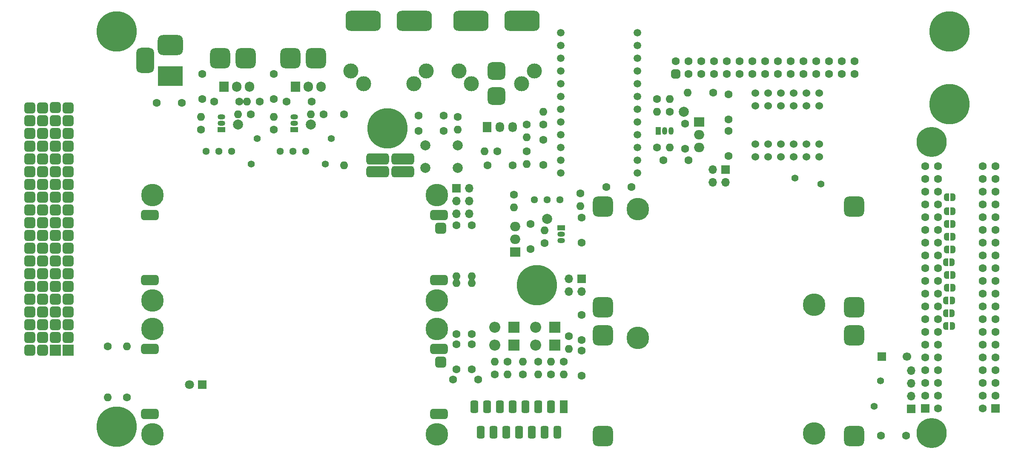
<source format=gbr>
%TF.GenerationSoftware,KiCad,Pcbnew,6.0.2-378541a8eb~116~ubuntu20.04.1*%
%TF.CreationDate,2022-03-22T16:19:33+00:00*%
%TF.ProjectId,Main board,4d61696e-2062-46f6-9172-642e6b696361,V1.0*%
%TF.SameCoordinates,Original*%
%TF.FileFunction,Soldermask,Top*%
%TF.FilePolarity,Negative*%
%FSLAX46Y46*%
G04 Gerber Fmt 4.6, Leading zero omitted, Abs format (unit mm)*
G04 Created by KiCad (PCBNEW 6.0.2-378541a8eb~116~ubuntu20.04.1) date 2022-03-22 16:19:33*
%MOMM*%
%LPD*%
G01*
G04 APERTURE LIST*
G04 Aperture macros list*
%AMRoundRect*
0 Rectangle with rounded corners*
0 $1 Rounding radius*
0 $2 $3 $4 $5 $6 $7 $8 $9 X,Y pos of 4 corners*
0 Add a 4 corners polygon primitive as box body*
4,1,4,$2,$3,$4,$5,$6,$7,$8,$9,$2,$3,0*
0 Add four circle primitives for the rounded corners*
1,1,$1+$1,$2,$3*
1,1,$1+$1,$4,$5*
1,1,$1+$1,$6,$7*
1,1,$1+$1,$8,$9*
0 Add four rect primitives between the rounded corners*
20,1,$1+$1,$2,$3,$4,$5,0*
20,1,$1+$1,$4,$5,$6,$7,0*
20,1,$1+$1,$6,$7,$8,$9,0*
20,1,$1+$1,$8,$9,$2,$3,0*%
%AMFreePoly0*
4,1,20,0.000000,0.744959,0.073905,0.744508,0.209726,0.703889,0.328688,0.626782,0.421226,0.519385,0.479903,0.390333,0.500000,0.250000,0.500000,-0.250000,0.499851,-0.262216,0.476331,-0.402017,0.414519,-0.529596,0.319384,-0.634700,0.198574,-0.708877,0.061801,-0.746166,0.000000,-0.745033,0.000000,-0.750000,-0.500000,-0.750000,-0.500000,0.750000,0.000000,0.750000,0.000000,0.744959,
0.000000,0.744959,$1*%
%AMFreePoly1*
4,1,22,0.500000,-0.750000,0.000000,-0.750000,0.000000,-0.745033,-0.079941,-0.743568,-0.215256,-0.701293,-0.333266,-0.622738,-0.424486,-0.514219,-0.481581,-0.384460,-0.499164,-0.250000,-0.500000,-0.250000,-0.500000,0.250000,-0.499164,0.250000,-0.499963,0.256109,-0.478152,0.396186,-0.417904,0.524511,-0.324060,0.630769,-0.204165,0.706417,-0.067858,0.745374,0.000000,0.744959,0.000000,0.750000,
0.500000,0.750000,0.500000,-0.750000,0.500000,-0.750000,$1*%
G04 Aperture macros list end*
%ADD10C,1.600000*%
%ADD11R,1.700000X1.700000*%
%ADD12C,6.000000*%
%ADD13O,1.500000X1.050000*%
%ADD14R,1.500000X1.050000*%
%ADD15RoundRect,1.000000X-1.000000X-1.000000X1.000000X-1.000000X1.000000X1.000000X-1.000000X1.000000X0*%
%ADD16C,4.500000*%
%ADD17C,2.000000*%
%ADD18RoundRect,1.000000X1.000000X-1.000000X1.000000X1.000000X-1.000000X1.000000X-1.000000X-1.000000X0*%
%ADD19RoundRect,1.000000X-1.500000X1.000000X-1.500000X-1.000000X1.500000X-1.000000X1.500000X1.000000X0*%
%ADD20RoundRect,0.875000X-0.875000X1.625000X-0.875000X-1.625000X0.875000X-1.625000X0.875000X1.625000X0*%
%ADD21R,5.000000X4.000000*%
%ADD22C,1.400000*%
%ADD23O,2.000000X1.905000*%
%ADD24R,2.000000X1.905000*%
%ADD25O,1.905000X2.000000*%
%ADD26R,1.905000X2.000000*%
%ADD27O,1.600000X1.600000*%
%ADD28O,1.050000X1.500000*%
%ADD29R,1.050000X1.500000*%
%ADD30O,1.700000X1.700000*%
%ADD31RoundRect,0.450000X0.450000X0.450000X-0.450000X0.450000X-0.450000X-0.450000X0.450000X-0.450000X0*%
%ADD32C,8.000000*%
%ADD33RoundRect,0.550000X-0.550000X-0.550000X0.550000X-0.550000X0.550000X0.550000X-0.550000X0.550000X0*%
%ADD34RoundRect,0.500000X-1.250000X-0.500000X1.250000X-0.500000X1.250000X0.500000X-1.250000X0.500000X0*%
%ADD35C,1.500000*%
%ADD36RoundRect,1.000000X-2.500000X1.000000X-2.500000X-1.000000X2.500000X-1.000000X2.500000X1.000000X0*%
%ADD37RoundRect,0.875000X-0.875000X0.875000X-0.875000X-0.875000X0.875000X-0.875000X0.875000X0.875000X0*%
%ADD38C,3.000000*%
%ADD39FreePoly0,0.000000*%
%ADD40FreePoly1,0.000000*%
%ADD41O,2.200000X2.200000*%
%ADD42R,2.200000X2.200000*%
%ADD43C,1.524000*%
%ADD44C,1.440000*%
%ADD45RoundRect,0.562500X-1.687500X-0.562500X1.687500X-0.562500X1.687500X0.562500X-1.687500X0.562500X0*%
%ADD46C,1.700000*%
%ADD47RoundRect,0.400000X0.400000X0.850000X-0.400000X0.850000X-0.400000X-0.850000X0.400000X-0.850000X0*%
%ADD48RoundRect,0.375000X0.375000X0.875000X-0.375000X0.875000X-0.375000X-0.875000X0.375000X-0.875000X0*%
%ADD49R,1.600000X2.500000*%
%ADD50O,1.730000X2.030000*%
%ADD51R,1.730000X2.030000*%
%ADD52C,1.800000*%
%ADD53R,1.800000X1.800000*%
G04 APERTURE END LIST*
D10*
%TO.C,J10*%
X236982000Y-92920000D03*
X245872000Y-92920000D03*
X234442000Y-92920000D03*
X248412000Y-92920000D03*
X236982000Y-95460000D03*
X245872000Y-95460000D03*
X234442000Y-95460000D03*
X248412000Y-95460000D03*
X245872000Y-98000000D03*
X236982000Y-98000000D03*
X234442000Y-98000000D03*
X248412000Y-98000000D03*
X236982000Y-100540000D03*
X245872000Y-100540000D03*
X248412000Y-100540000D03*
X234442000Y-100540000D03*
X236982000Y-103080000D03*
X245872000Y-103080000D03*
X248412000Y-103080000D03*
X234442000Y-103080000D03*
X236982000Y-105620000D03*
X245872000Y-105620000D03*
X234442000Y-105620000D03*
X248412000Y-105620000D03*
X245872000Y-108160000D03*
X236982000Y-108160000D03*
X234442000Y-108160000D03*
X248412000Y-108160000D03*
X236982000Y-110700000D03*
X245872000Y-110700000D03*
X234442000Y-110700000D03*
X248412000Y-110700000D03*
X236982000Y-113240000D03*
X245872000Y-113240000D03*
X248412000Y-113240000D03*
X234442000Y-113240000D03*
X236982000Y-115780000D03*
X245872000Y-115780000D03*
X248412000Y-115780000D03*
X234442000Y-115780000D03*
X236982000Y-118320000D03*
X245872000Y-118320000D03*
X248412000Y-118320000D03*
X234442000Y-118320000D03*
X236982000Y-120860000D03*
X245872000Y-120860000D03*
X248412000Y-120860000D03*
X234442000Y-120860000D03*
X236982000Y-123400000D03*
X245872000Y-123400000D03*
X248412000Y-123400000D03*
X234442000Y-123400000D03*
X245872000Y-125940000D03*
X236982000Y-125940000D03*
X234442000Y-125940000D03*
X248412000Y-125940000D03*
X245872000Y-128480000D03*
X236982000Y-128480000D03*
X234442000Y-128480000D03*
X248412000Y-128480000D03*
X236982000Y-131020000D03*
X245872000Y-131020000D03*
X234442000Y-131020000D03*
X248412000Y-131020000D03*
X245872000Y-133560000D03*
X236982000Y-133560000D03*
X234442000Y-133560000D03*
X248412000Y-133560000D03*
X236982000Y-136100000D03*
X245872000Y-136100000D03*
X234442000Y-136100000D03*
X248412000Y-136100000D03*
X245872000Y-138640000D03*
X236982000Y-138640000D03*
X234442000Y-138640000D03*
X248412000Y-138640000D03*
X245872000Y-141180000D03*
X236982000Y-141180000D03*
D11*
X234442000Y-141180000D03*
X248412000Y-141180000D03*
D12*
X235712000Y-88050000D03*
X235712000Y-146050000D03*
%TD*%
D13*
%TO.C,U2*%
X94488000Y-83058000D03*
X94488000Y-84328000D03*
D14*
X94488000Y-85598000D03*
%TD*%
D13*
%TO.C,U5*%
X108966000Y-83058000D03*
X108966000Y-84328000D03*
D14*
X108966000Y-85598000D03*
%TD*%
D15*
%TO.C,U6*%
X220307000Y-146619000D03*
X220307000Y-126619000D03*
X170307000Y-146619000D03*
X170307000Y-126619000D03*
D16*
X177307000Y-127119000D03*
X212307000Y-146119000D03*
%TD*%
D17*
%TO.C,TP2*%
X112268000Y-84582000D03*
%TD*%
D18*
%TO.C,J3*%
X94234000Y-71374000D03*
X99314000Y-71374000D03*
%TD*%
D19*
%TO.C,J1*%
X84328000Y-68730000D03*
D20*
X79328000Y-71830000D03*
D21*
X84328000Y-74930000D03*
%TD*%
D22*
%TO.C,F4*%
X213634000Y-96469200D03*
X208534000Y-95250000D03*
%TD*%
%TO.C,F2*%
X115112800Y-92476000D03*
X116332000Y-87376000D03*
%TD*%
D23*
%TO.C,D8*%
X189484000Y-89154000D03*
X189484000Y-86614000D03*
D24*
X189484000Y-84074000D03*
%TD*%
D25*
%TO.C,D1*%
X100076000Y-77089000D03*
X97536000Y-77089000D03*
D26*
X94996000Y-77089000D03*
%TD*%
D25*
%TO.C,D6*%
X114300000Y-77089000D03*
X111760000Y-77089000D03*
D26*
X109220000Y-77089000D03*
%TD*%
D10*
%TO.C,C15*%
X195326000Y-90852000D03*
X195326000Y-85852000D03*
%TD*%
%TO.C,C14*%
X195326000Y-78566000D03*
X195326000Y-83566000D03*
%TD*%
%TO.C,C22*%
X230632000Y-146558000D03*
X225632000Y-146558000D03*
%TD*%
%TO.C,C21*%
X147400000Y-92710000D03*
X152400000Y-92710000D03*
%TD*%
%TO.C,C8*%
X158496000Y-92630000D03*
X158496000Y-87630000D03*
%TD*%
%TO.C,C7*%
X133684000Y-82804000D03*
X138684000Y-82804000D03*
%TD*%
D27*
%TO.C,R2*%
X99568000Y-80010000D03*
D10*
X102108000Y-80010000D03*
%TD*%
D27*
%TO.C,R21*%
X181102000Y-82042000D03*
D10*
X181102000Y-79502000D03*
%TD*%
D27*
%TO.C,R5*%
X141478000Y-85598000D03*
D10*
X141478000Y-83058000D03*
%TD*%
D27*
%TO.C,R22*%
X183642000Y-89154000D03*
D10*
X181102000Y-89154000D03*
%TD*%
D27*
%TO.C,R3*%
X90424000Y-83058000D03*
D10*
X90424000Y-85598000D03*
%TD*%
D22*
%TO.C,F1*%
X100380800Y-92476000D03*
X101600000Y-87376000D03*
%TD*%
D10*
%TO.C,C11*%
X107442000Y-80010000D03*
X112442000Y-80010000D03*
%TD*%
%TO.C,C3*%
X93044000Y-80010000D03*
X98044000Y-80010000D03*
%TD*%
D17*
%TO.C,SW1*%
X134978000Y-88718000D03*
X141478000Y-88718000D03*
X134978000Y-93218000D03*
X141478000Y-93218000D03*
%TD*%
D10*
%TO.C,C1*%
X81614000Y-80264000D03*
X86614000Y-80264000D03*
%TD*%
%TO.C,C10*%
X104902000Y-74502000D03*
X104902000Y-79502000D03*
%TD*%
%TO.C,C16*%
X176022000Y-97028000D03*
X171022000Y-97028000D03*
%TD*%
D27*
%TO.C,R1*%
X97790000Y-82550000D03*
D10*
X100330000Y-82550000D03*
%TD*%
%TO.C,C18*%
X186690000Y-84408000D03*
X186690000Y-89408000D03*
%TD*%
%TO.C,C17*%
X187372000Y-91694000D03*
X182372000Y-91694000D03*
%TD*%
%TO.C,C2*%
X90678000Y-74502000D03*
X90678000Y-79502000D03*
%TD*%
D28*
%TO.C,U11*%
X183896000Y-85852000D03*
X182626000Y-85852000D03*
D29*
X181356000Y-85852000D03*
%TD*%
D27*
%TO.C,R29*%
X183642000Y-79502000D03*
D10*
X183642000Y-82042000D03*
%TD*%
%TO.C,C19*%
X141224000Y-133397000D03*
X141224000Y-128397000D03*
%TD*%
%TO.C,C9*%
X133684000Y-85852000D03*
X138684000Y-85852000D03*
%TD*%
D17*
%TO.C,TP4*%
X186436000Y-82042000D03*
%TD*%
D30*
%TO.C,JP12*%
X192151000Y-96139000D03*
X192151000Y-93599000D03*
X194691000Y-96139000D03*
D11*
X194691000Y-93599000D03*
%TD*%
D30*
%TO.C,JP1*%
X163576000Y-117856000D03*
X163576000Y-115316000D03*
X166116000Y-117856000D03*
D11*
X166116000Y-115316000D03*
%TD*%
D10*
%TO.C,J7*%
X220345000Y-72009000D03*
X220345000Y-74549000D03*
X217805000Y-72009000D03*
X217805000Y-74549000D03*
X215265000Y-72009000D03*
X215265000Y-74549000D03*
X212725000Y-72009000D03*
X212725000Y-74549000D03*
X210185000Y-72009000D03*
X210185000Y-74549000D03*
X207645000Y-72009000D03*
X207645000Y-74549000D03*
X205105000Y-72009000D03*
X205105000Y-74549000D03*
X202565000Y-72009000D03*
X202565000Y-74549000D03*
X200025000Y-72009000D03*
X200025000Y-74549000D03*
X197485000Y-72009000D03*
X197485000Y-74549000D03*
X194945000Y-72009000D03*
X194945000Y-74549000D03*
X192405000Y-72009000D03*
X192405000Y-74549000D03*
X189865000Y-72009000D03*
X189865000Y-74549000D03*
X187325000Y-72009000D03*
X187325000Y-74549000D03*
X184785000Y-72009000D03*
D31*
X184785000Y-74549000D03*
%TD*%
D27*
%TO.C,R16*%
X187198000Y-78232000D03*
D10*
X192278000Y-78232000D03*
%TD*%
D13*
%TO.C,U7*%
X162052000Y-107696000D03*
X162052000Y-106426000D03*
D14*
X162052000Y-105156000D03*
%TD*%
D27*
%TO.C,R8*%
X151384000Y-134366000D03*
D10*
X151384000Y-131826000D03*
%TD*%
D23*
%TO.C,D7*%
X152908000Y-104902000D03*
X152908000Y-107442000D03*
D24*
X152908000Y-109982000D03*
%TD*%
D27*
%TO.C,R4*%
X160020000Y-131826000D03*
D10*
X160020000Y-134366000D03*
%TD*%
D27*
%TO.C,R7*%
X154432000Y-131826000D03*
D10*
X154432000Y-134366000D03*
%TD*%
D27*
%TO.C,R17*%
X152654000Y-101092000D03*
D10*
X152654000Y-98552000D03*
%TD*%
%TO.C,C12*%
X166116000Y-108124000D03*
X166116000Y-103124000D03*
%TD*%
D27*
%TO.C,R19*%
X165862000Y-100838000D03*
D10*
X165862000Y-98298000D03*
%TD*%
D27*
%TO.C,R18*%
X158750000Y-105664000D03*
D10*
X158750000Y-108204000D03*
%TD*%
%TO.C,C4*%
X140542000Y-135382000D03*
X145542000Y-135382000D03*
%TD*%
D27*
%TO.C,R6*%
X157480000Y-134366000D03*
D10*
X157480000Y-131826000D03*
%TD*%
D32*
%TO.C,H1*%
X239268000Y-66040000D03*
%TD*%
%TO.C,H3*%
X239268000Y-80518000D03*
%TD*%
%TO.C,H5*%
X73660000Y-66040000D03*
%TD*%
%TO.C,H4*%
X127508000Y-85344000D03*
%TD*%
D33*
%TO.C,U4*%
X138084000Y-105296000D03*
D34*
X137764000Y-115616000D03*
X137764000Y-102616000D03*
X80264000Y-115616000D03*
X80264000Y-102616000D03*
D16*
X137264000Y-119616000D03*
X80764000Y-98616000D03*
X80764000Y-119616000D03*
X137264000Y-98616000D03*
%TD*%
D27*
%TO.C,R27*%
X144272000Y-114808000D03*
D10*
X144272000Y-104648000D03*
%TD*%
D27*
%TO.C,R9*%
X158496000Y-82042000D03*
D10*
X158496000Y-84582000D03*
%TD*%
D27*
%TO.C,R26*%
X141224000Y-114808000D03*
D10*
X141224000Y-104648000D03*
%TD*%
%TO.C,C5*%
X166116000Y-134620000D03*
X166116000Y-129620000D03*
%TD*%
%TO.C,C20*%
X144272000Y-133397000D03*
X144272000Y-128397000D03*
%TD*%
%TO.C,C13*%
X155956000Y-109394000D03*
X155956000Y-104394000D03*
%TD*%
D17*
%TO.C,TP3*%
X159258000Y-103378000D03*
%TD*%
D33*
%TO.C,U1*%
X138084000Y-131966000D03*
D34*
X137764000Y-142286000D03*
X137764000Y-129286000D03*
X80264000Y-142286000D03*
X80264000Y-129286000D03*
D16*
X137264000Y-125286000D03*
X137264000Y-146286000D03*
X80764000Y-146286000D03*
X80764000Y-125286000D03*
%TD*%
D27*
%TO.C,R14*%
X118872000Y-92710000D03*
D10*
X118872000Y-82550000D03*
%TD*%
D27*
%TO.C,R13*%
X112268000Y-82550000D03*
D10*
X114808000Y-82550000D03*
%TD*%
D27*
%TO.C,R15*%
X104902000Y-83058000D03*
D10*
X104902000Y-85598000D03*
%TD*%
D32*
%TO.C,H2*%
X73660000Y-144780000D03*
%TD*%
D15*
%TO.C,U10*%
X220307000Y-120965000D03*
X220307000Y-100965000D03*
X170307000Y-120965000D03*
X170307000Y-100965000D03*
D16*
X177307000Y-101465000D03*
X212307000Y-120465000D03*
%TD*%
D22*
%TO.C,F3*%
X225501200Y-135616000D03*
X224282000Y-140716000D03*
%TD*%
D35*
%TO.C,U8*%
X177165000Y-66294000D03*
X177165000Y-68834000D03*
X177165000Y-71374000D03*
X177165000Y-73914000D03*
X177165000Y-76454000D03*
X177165000Y-78994000D03*
X177165000Y-81534000D03*
X177165000Y-84074000D03*
X177165000Y-86614000D03*
X177165000Y-89154000D03*
X177165000Y-91694000D03*
X177165000Y-94234000D03*
X161925000Y-94234000D03*
X161925000Y-91694000D03*
X161925000Y-89154000D03*
X161925000Y-86614000D03*
X161925000Y-84074000D03*
X161925000Y-81534000D03*
X161925000Y-78994000D03*
X161925000Y-76454000D03*
X161925000Y-73914000D03*
X161925000Y-71374000D03*
X161925000Y-68834000D03*
X161925000Y-66294000D03*
%TD*%
D36*
%TO.C,J6*%
X144098000Y-63954000D03*
X154258000Y-63954000D03*
D37*
X149178000Y-78954000D03*
D38*
X154178000Y-76454000D03*
X144178000Y-76454000D03*
X156678000Y-73954000D03*
D37*
X149178000Y-73954000D03*
D38*
X141678000Y-73954000D03*
%TD*%
D36*
%TO.C,J4*%
X122635000Y-63954000D03*
X132795000Y-63954000D03*
D38*
X132715000Y-76454000D03*
X122715000Y-76454000D03*
X135215000Y-73954000D03*
X120215000Y-73954000D03*
%TD*%
D18*
%TO.C,J8*%
X108204000Y-71374000D03*
X113284000Y-71374000D03*
%TD*%
D17*
%TO.C,TP1*%
X97790000Y-84582000D03*
%TD*%
D39*
%TO.C,JP8*%
X239918000Y-106934000D03*
D40*
X238618000Y-106934000D03*
%TD*%
D27*
%TO.C,R11*%
X162560000Y-134366000D03*
D10*
X162560000Y-131826000D03*
%TD*%
D39*
%TO.C,JP10*%
X239918000Y-109474000D03*
D40*
X238618000Y-109474000D03*
%TD*%
D27*
%TO.C,R30*%
X75692000Y-128778000D03*
D10*
X75692000Y-138938000D03*
%TD*%
D41*
%TO.C,D4*%
X148844000Y-128524000D03*
D42*
X152654000Y-128524000D03*
%TD*%
D43*
%TO.C,U9*%
X205740000Y-78359000D03*
X200660000Y-80899000D03*
X200660000Y-78359000D03*
X203200000Y-80899000D03*
X205740000Y-80899000D03*
X203200000Y-78359000D03*
X208280000Y-80899000D03*
X210820000Y-78359000D03*
X210820000Y-80899000D03*
X213360000Y-78359000D03*
X213360000Y-80899000D03*
X208280000Y-78359000D03*
X213360000Y-91059000D03*
X208280000Y-88519000D03*
X213360000Y-88519000D03*
X210820000Y-91059000D03*
X208280000Y-91059000D03*
X210820000Y-88519000D03*
X203200000Y-88519000D03*
X205740000Y-91059000D03*
X203200000Y-91059000D03*
X200660000Y-88519000D03*
X200660000Y-91059000D03*
X205740000Y-88519000D03*
%TD*%
D39*
%TO.C,JP5*%
X239776000Y-112014000D03*
D40*
X238476000Y-112014000D03*
%TD*%
D10*
%TO.C,C6*%
X166116000Y-122508000D03*
X166116000Y-127508000D03*
%TD*%
D39*
%TO.C,JP4*%
X239918000Y-101854000D03*
D40*
X238618000Y-101854000D03*
%TD*%
D39*
%TO.C,JP11*%
X239918000Y-99060000D03*
D40*
X238618000Y-99060000D03*
%TD*%
D39*
%TO.C,JP3*%
X239776000Y-122174000D03*
D40*
X238476000Y-122174000D03*
%TD*%
D27*
%TO.C,R12*%
X148844000Y-131826000D03*
D10*
X148844000Y-134366000D03*
%TD*%
D33*
%TO.C,J5*%
X58928000Y-81280000D03*
X56388000Y-81280000D03*
X61467999Y-81247551D03*
X64008000Y-81280000D03*
X56388000Y-83820000D03*
X58928000Y-83820000D03*
X64008000Y-83820000D03*
X61468000Y-83820000D03*
X58928000Y-86360000D03*
X56388000Y-86360000D03*
X61468000Y-86360000D03*
X64008000Y-86360000D03*
X56388000Y-88900000D03*
X58928000Y-88900000D03*
X64008000Y-88900000D03*
X61468000Y-88900000D03*
X58928000Y-91440000D03*
X56388000Y-91440000D03*
X64008000Y-91440000D03*
X61468000Y-91440000D03*
X56388000Y-93980000D03*
X58928000Y-93980000D03*
X64008000Y-93980000D03*
X61468000Y-93980000D03*
X56388000Y-96520000D03*
X58928000Y-96520000D03*
X64008000Y-96520000D03*
X61468000Y-96520000D03*
X56388000Y-99060000D03*
X58928000Y-99060000D03*
X61468000Y-99060000D03*
X64008000Y-99060000D03*
X58928000Y-101600000D03*
X56388000Y-101600000D03*
X61468000Y-101600000D03*
X64008000Y-101600000D03*
X56388000Y-104140000D03*
X58928000Y-104140000D03*
X64008000Y-104140000D03*
X61467999Y-104134347D03*
X56388000Y-106680000D03*
X58928000Y-106680000D03*
X61468000Y-106680000D03*
X64008000Y-106680000D03*
X56388000Y-109220000D03*
X58928000Y-109220000D03*
X64008000Y-109220000D03*
X61468000Y-109220000D03*
X58928000Y-111760000D03*
X56388000Y-111760000D03*
X61468000Y-111760000D03*
X64008000Y-111760000D03*
X56388000Y-114300000D03*
X58928000Y-114300000D03*
X64008000Y-114300000D03*
X61468000Y-114300000D03*
X58928000Y-116840000D03*
X56388000Y-116840000D03*
X61468000Y-116840000D03*
X64008000Y-116840000D03*
X58928000Y-119380000D03*
X56388000Y-119380000D03*
X64008000Y-119380000D03*
X61468000Y-119380000D03*
X56388000Y-121920000D03*
X58928000Y-121920000D03*
X64008000Y-121920000D03*
X61468000Y-121920000D03*
X58928000Y-124460000D03*
X56388000Y-124460000D03*
X64008000Y-124460000D03*
X61468000Y-124460000D03*
X58928000Y-127000000D03*
X56388000Y-127000000D03*
X61468000Y-127000000D03*
X64008000Y-127000000D03*
X56388000Y-129540000D03*
X58928000Y-129540000D03*
D42*
X61468000Y-129540000D03*
X64008000Y-129540000D03*
%TD*%
D27*
%TO.C,R24*%
X141224000Y-116205000D03*
D10*
X141224000Y-126365000D03*
%TD*%
D30*
%TO.C,J9*%
X231648000Y-133604000D03*
X231648000Y-136144000D03*
X231648000Y-138684000D03*
D11*
X231648000Y-141224000D03*
%TD*%
D27*
%TO.C,R10*%
X163576000Y-129286000D03*
D10*
X163576000Y-126746000D03*
%TD*%
D30*
%TO.C,JP14*%
X143764000Y-102362000D03*
X141224000Y-102362000D03*
X143764000Y-99822000D03*
X141224000Y-99822000D03*
X143764000Y-97282000D03*
D11*
X141224000Y-97282000D03*
%TD*%
D44*
%TO.C,RV3*%
X161798000Y-99568000D03*
X159258000Y-99568000D03*
X156718000Y-99568000D03*
%TD*%
D39*
%TO.C,JP7*%
X239918000Y-117094000D03*
D40*
X238618000Y-117094000D03*
%TD*%
D39*
%TO.C,JP2*%
X239806000Y-124714000D03*
D40*
X238506000Y-124714000D03*
%TD*%
D39*
%TO.C,JP9*%
X239918000Y-114554000D03*
D40*
X238618000Y-114554000D03*
%TD*%
D45*
%TO.C,J2*%
X125516000Y-93980000D03*
X130516000Y-93980000D03*
X125516000Y-91440000D03*
X130516000Y-91440000D03*
%TD*%
D44*
%TO.C,RV2*%
X106172000Y-89916000D03*
X108712000Y-89916000D03*
X111252000Y-89916000D03*
%TD*%
D39*
%TO.C,JP13*%
X239806000Y-119634000D03*
D40*
X238506000Y-119634000D03*
%TD*%
D39*
%TO.C,JP6*%
X239918000Y-104394000D03*
D40*
X238618000Y-104394000D03*
%TD*%
D27*
%TO.C,R28*%
X155194000Y-92456000D03*
D10*
X155194000Y-89916000D03*
%TD*%
D46*
%TO.C,C23*%
X230806000Y-130810000D03*
D11*
X225806000Y-130810000D03*
%TD*%
D32*
%TO.C,H6*%
X157226000Y-116586000D03*
%TD*%
D41*
%TO.C,D5*%
X148844000Y-124968000D03*
D42*
X152654000Y-124968000D03*
%TD*%
D41*
%TO.C,D2*%
X156972000Y-128524000D03*
D42*
X160782000Y-128524000D03*
%TD*%
D27*
%TO.C,R20*%
X146812000Y-89916000D03*
D10*
X149352000Y-89916000D03*
%TD*%
D47*
%TO.C,U3*%
X144780000Y-140826000D03*
X146050000Y-145906000D03*
X147320000Y-140826000D03*
X148590000Y-145906000D03*
X149860000Y-140826000D03*
X151130000Y-145906000D03*
X152400000Y-140826000D03*
X153670000Y-145906000D03*
X154940000Y-140826000D03*
X156210000Y-145906000D03*
X157480000Y-140826000D03*
X158750000Y-145906000D03*
X160020000Y-140826000D03*
D48*
X161290000Y-145906000D03*
D49*
X162560000Y-140826000D03*
%TD*%
D41*
%TO.C,D3*%
X156972000Y-124968000D03*
D42*
X160782000Y-124968000D03*
%TD*%
D27*
%TO.C,R31*%
X71882000Y-138938000D03*
D10*
X71882000Y-128778000D03*
%TD*%
D27*
%TO.C,R25*%
X144272000Y-116205000D03*
D10*
X144272000Y-126365000D03*
%TD*%
D27*
%TO.C,R23*%
X155194000Y-87122000D03*
D10*
X155194000Y-84582000D03*
%TD*%
D44*
%TO.C,RV1*%
X91440000Y-89916000D03*
X93980000Y-89916000D03*
X96520000Y-89916000D03*
%TD*%
D50*
%TO.C,J11*%
X152400000Y-85090000D03*
X149860000Y-85090000D03*
D51*
X147320000Y-85090000D03*
%TD*%
D52*
%TO.C,D9*%
X88138000Y-136398000D03*
D53*
X90678000Y-136398000D03*
%TD*%
M02*

</source>
